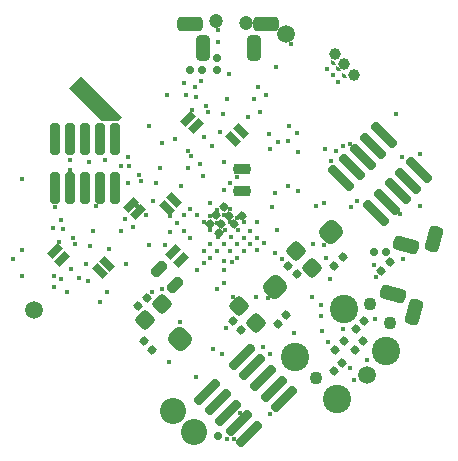
<source format=gbs>
G04*
G04 #@! TF.GenerationSoftware,Altium Limited,Altium Designer,20.0.13 (296)*
G04*
G04 Layer_Color=16711935*
%FSLAX44Y44*%
%MOMM*%
G71*
G01*
G75*
G04:AMPARAMS|DCode=52|XSize=0.6032mm|YSize=0.7032mm|CornerRadius=0.1516mm|HoleSize=0mm|Usage=FLASHONLY|Rotation=45.000|XOffset=0mm|YOffset=0mm|HoleType=Round|Shape=RoundedRectangle|*
%AMROUNDEDRECTD52*
21,1,0.6032,0.4000,0,0,45.0*
21,1,0.3000,0.7032,0,0,45.0*
1,1,0.3032,0.2475,-0.0354*
1,1,0.3032,0.0354,-0.2475*
1,1,0.3032,-0.2475,0.0354*
1,1,0.3032,-0.0354,0.2475*
%
%ADD52ROUNDEDRECTD52*%
G04:AMPARAMS|DCode=53|XSize=0.9032mm|YSize=1.4532mm|CornerRadius=0.2766mm|HoleSize=0mm|Usage=FLASHONLY|Rotation=135.000|XOffset=0mm|YOffset=0mm|HoleType=Round|Shape=RoundedRectangle|*
%AMROUNDEDRECTD53*
21,1,0.9032,0.9000,0,0,135.0*
21,1,0.3500,1.4532,0,0,135.0*
1,1,0.5532,0.1945,0.4419*
1,1,0.5532,0.4419,0.1945*
1,1,0.5532,-0.1945,-0.4419*
1,1,0.5532,-0.4419,-0.1945*
%
%ADD53ROUNDEDRECTD53*%
G04:AMPARAMS|DCode=54|XSize=0.6032mm|YSize=0.7032mm|CornerRadius=0.1516mm|HoleSize=0mm|Usage=FLASHONLY|Rotation=180.000|XOffset=0mm|YOffset=0mm|HoleType=Round|Shape=RoundedRectangle|*
%AMROUNDEDRECTD54*
21,1,0.6032,0.4000,0,0,180.0*
21,1,0.3000,0.7032,0,0,180.0*
1,1,0.3032,-0.1500,0.2000*
1,1,0.3032,0.1500,0.2000*
1,1,0.3032,0.1500,-0.2000*
1,1,0.3032,-0.1500,-0.2000*
%
%ADD54ROUNDEDRECTD54*%
G04:AMPARAMS|DCode=55|XSize=0.6032mm|YSize=0.7032mm|CornerRadius=0.1516mm|HoleSize=0mm|Usage=FLASHONLY|Rotation=315.000|XOffset=0mm|YOffset=0mm|HoleType=Round|Shape=RoundedRectangle|*
%AMROUNDEDRECTD55*
21,1,0.6032,0.4000,0,0,315.0*
21,1,0.3000,0.7032,0,0,315.0*
1,1,0.3032,-0.0354,-0.2475*
1,1,0.3032,-0.2475,-0.0354*
1,1,0.3032,0.0354,0.2475*
1,1,0.3032,0.2475,0.0354*
%
%ADD55ROUNDEDRECTD55*%
%ADD57C,0.7032*%
%ADD64C,0.4032*%
%ADD65C,1.5000*%
G04:AMPARAMS|DCode=72|XSize=0.6032mm|YSize=0.7032mm|CornerRadius=0.1516mm|HoleSize=0mm|Usage=FLASHONLY|Rotation=90.000|XOffset=0mm|YOffset=0mm|HoleType=Round|Shape=RoundedRectangle|*
%AMROUNDEDRECTD72*
21,1,0.6032,0.4000,0,0,90.0*
21,1,0.3000,0.7032,0,0,90.0*
1,1,0.3032,0.2000,0.1500*
1,1,0.3032,0.2000,-0.1500*
1,1,0.3032,-0.2000,-0.1500*
1,1,0.3032,-0.2000,0.1500*
%
%ADD72ROUNDEDRECTD72*%
G04:AMPARAMS|DCode=75|XSize=0.7032mm|YSize=1.2032mm|CornerRadius=0mm|HoleSize=0mm|Usage=FLASHONLY|Rotation=225.000|XOffset=0mm|YOffset=0mm|HoleType=Round|Shape=Rectangle|*
%AMROTATEDRECTD75*
4,1,4,-0.1768,0.6740,0.6740,-0.1768,0.1768,-0.6740,-0.6740,0.1768,-0.1768,0.6740,0.0*
%
%ADD75ROTATEDRECTD75*%

%ADD85C,1.2032*%
%ADD86C,1.0032*%
%ADD87C,2.2032*%
%ADD88C,2.4000*%
%ADD89C,1.1000*%
G04:AMPARAMS|DCode=120|XSize=1.4032mm|YSize=1.4032mm|CornerRadius=0.4016mm|HoleSize=0mm|Usage=FLASHONLY|Rotation=225.000|XOffset=0mm|YOffset=0mm|HoleType=Round|Shape=RoundedRectangle|*
%AMROUNDEDRECTD120*
21,1,1.4032,0.6000,0,0,225.0*
21,1,0.6000,1.4032,0,0,225.0*
1,1,0.8032,-0.4243,0.0000*
1,1,0.8032,0.0000,0.4243*
1,1,0.8032,0.4243,0.0000*
1,1,0.8032,0.0000,-0.4243*
%
%ADD120ROUNDEDRECTD120*%
G04:AMPARAMS|DCode=121|XSize=1.8032mm|YSize=1.7032mm|CornerRadius=0.4766mm|HoleSize=0mm|Usage=FLASHONLY|Rotation=225.000|XOffset=0mm|YOffset=0mm|HoleType=Round|Shape=RoundedRectangle|*
%AMROUNDEDRECTD121*
21,1,1.8032,0.7500,0,0,225.0*
21,1,0.8500,1.7032,0,0,225.0*
1,1,0.9532,-0.5657,-0.0354*
1,1,0.9532,0.0354,0.5657*
1,1,0.9532,0.5657,0.0354*
1,1,0.9532,-0.0354,-0.5657*
%
%ADD121ROUNDEDRECTD121*%
G04:AMPARAMS|DCode=122|XSize=1.4032mm|YSize=1.4032mm|CornerRadius=0.4016mm|HoleSize=0mm|Usage=FLASHONLY|Rotation=135.000|XOffset=0mm|YOffset=0mm|HoleType=Round|Shape=RoundedRectangle|*
%AMROUNDEDRECTD122*
21,1,1.4032,0.6000,0,0,135.0*
21,1,0.6000,1.4032,0,0,135.0*
1,1,0.8032,0.0000,0.4243*
1,1,0.8032,0.4243,0.0000*
1,1,0.8032,0.0000,-0.4243*
1,1,0.8032,-0.4243,0.0000*
%
%ADD122ROUNDEDRECTD122*%
G04:AMPARAMS|DCode=123|XSize=1.8032mm|YSize=1.7032mm|CornerRadius=0.4766mm|HoleSize=0mm|Usage=FLASHONLY|Rotation=135.000|XOffset=0mm|YOffset=0mm|HoleType=Round|Shape=RoundedRectangle|*
%AMROUNDEDRECTD123*
21,1,1.8032,0.7500,0,0,135.0*
21,1,0.8500,1.7032,0,0,135.0*
1,1,0.9532,-0.0354,0.5657*
1,1,0.9532,0.5657,-0.0354*
1,1,0.9532,0.0354,-0.5657*
1,1,0.9532,-0.5657,0.0354*
%
%ADD123ROUNDEDRECTD123*%
G04:AMPARAMS|DCode=124|XSize=0.7032mm|YSize=1.2032mm|CornerRadius=0mm|HoleSize=0mm|Usage=FLASHONLY|Rotation=135.000|XOffset=0mm|YOffset=0mm|HoleType=Round|Shape=Rectangle|*
%AMROTATEDRECTD124*
4,1,4,0.6740,0.1768,-0.1768,-0.6740,-0.6740,-0.1768,0.1768,0.6740,0.6740,0.1768,0.0*
%
%ADD124ROTATEDRECTD124*%

G04:AMPARAMS|DCode=125|XSize=0.9032mm|YSize=1.4532mm|CornerRadius=0.2766mm|HoleSize=0mm|Usage=FLASHONLY|Rotation=90.000|XOffset=0mm|YOffset=0mm|HoleType=Round|Shape=RoundedRectangle|*
%AMROUNDEDRECTD125*
21,1,0.9032,0.9000,0,0,90.0*
21,1,0.3500,1.4532,0,0,90.0*
1,1,0.5532,0.4500,0.1750*
1,1,0.5532,0.4500,-0.1750*
1,1,0.5532,-0.4500,-0.1750*
1,1,0.5532,-0.4500,0.1750*
%
%ADD125ROUNDEDRECTD125*%
G04:AMPARAMS|DCode=126|XSize=0.5032mm|YSize=0.3032mm|CornerRadius=0.1266mm|HoleSize=0mm|Usage=FLASHONLY|Rotation=135.000|XOffset=0mm|YOffset=0mm|HoleType=Round|Shape=RoundedRectangle|*
%AMROUNDEDRECTD126*
21,1,0.5032,0.0500,0,0,135.0*
21,1,0.2500,0.3032,0,0,135.0*
1,1,0.2532,-0.0707,0.1061*
1,1,0.2532,0.1061,-0.0707*
1,1,0.2532,0.0707,-0.1061*
1,1,0.2532,-0.1061,0.0707*
%
%ADD126ROUNDEDRECTD126*%
G04:AMPARAMS|DCode=127|XSize=0.8032mm|YSize=2.7032mm|CornerRadius=0.2516mm|HoleSize=0mm|Usage=FLASHONLY|Rotation=225.000|XOffset=0mm|YOffset=0mm|HoleType=Round|Shape=RoundedRectangle|*
%AMROUNDEDRECTD127*
21,1,0.8032,2.2000,0,0,225.0*
21,1,0.3000,2.7032,0,0,225.0*
1,1,0.5032,-0.8839,0.6718*
1,1,0.5032,-0.6718,0.8839*
1,1,0.5032,0.8839,-0.6718*
1,1,0.5032,0.6718,-0.8839*
%
%ADD127ROUNDEDRECTD127*%
G04:AMPARAMS|DCode=128|XSize=0.8032mm|YSize=2.7032mm|CornerRadius=0.2516mm|HoleSize=0mm|Usage=FLASHONLY|Rotation=0.000|XOffset=0mm|YOffset=0mm|HoleType=Round|Shape=RoundedRectangle|*
%AMROUNDEDRECTD128*
21,1,0.8032,2.2000,0,0,0.0*
21,1,0.3000,2.7032,0,0,0.0*
1,1,0.5032,0.1500,-1.1000*
1,1,0.5032,-0.1500,-1.1000*
1,1,0.5032,-0.1500,1.1000*
1,1,0.5032,0.1500,1.1000*
%
%ADD128ROUNDEDRECTD128*%
G04:AMPARAMS|DCode=129|XSize=0.8032mm|YSize=2.7032mm|CornerRadius=0.2516mm|HoleSize=0mm|Usage=FLASHONLY|Rotation=135.000|XOffset=0mm|YOffset=0mm|HoleType=Round|Shape=RoundedRectangle|*
%AMROUNDEDRECTD129*
21,1,0.8032,2.2000,0,0,135.0*
21,1,0.3000,2.7032,0,0,135.0*
1,1,0.5032,0.6718,0.8839*
1,1,0.5032,0.8839,0.6718*
1,1,0.5032,-0.6718,-0.8839*
1,1,0.5032,-0.8839,-0.6718*
%
%ADD129ROUNDEDRECTD129*%
G04:AMPARAMS|DCode=130|XSize=1.2032mm|YSize=2.2032mm|CornerRadius=0.3516mm|HoleSize=0mm|Usage=FLASHONLY|Rotation=165.000|XOffset=0mm|YOffset=0mm|HoleType=Round|Shape=RoundedRectangle|*
%AMROUNDEDRECTD130*
21,1,1.2032,1.5000,0,0,165.0*
21,1,0.5000,2.2032,0,0,165.0*
1,1,0.7032,-0.0474,0.7892*
1,1,0.7032,0.4356,0.6597*
1,1,0.7032,0.0474,-0.7892*
1,1,0.7032,-0.4356,-0.6597*
%
%ADD130ROUNDEDRECTD130*%
G04:AMPARAMS|DCode=131|XSize=1.2032mm|YSize=2.2032mm|CornerRadius=0.3516mm|HoleSize=0mm|Usage=FLASHONLY|Rotation=75.000|XOffset=0mm|YOffset=0mm|HoleType=Round|Shape=RoundedRectangle|*
%AMROUNDEDRECTD131*
21,1,1.2032,1.5000,0,0,75.0*
21,1,0.5000,2.2032,0,0,75.0*
1,1,0.7032,0.7892,0.0474*
1,1,0.7032,0.6597,-0.4356*
1,1,0.7032,-0.7892,-0.0474*
1,1,0.7032,-0.6597,0.4356*
%
%ADD131ROUNDEDRECTD131*%
G04:AMPARAMS|DCode=132|XSize=1.2032mm|YSize=2.2032mm|CornerRadius=0.3516mm|HoleSize=0mm|Usage=FLASHONLY|Rotation=270.000|XOffset=0mm|YOffset=0mm|HoleType=Round|Shape=RoundedRectangle|*
%AMROUNDEDRECTD132*
21,1,1.2032,1.5000,0,0,270.0*
21,1,0.5000,2.2032,0,0,270.0*
1,1,0.7032,-0.7500,-0.2500*
1,1,0.7032,-0.7500,0.2500*
1,1,0.7032,0.7500,0.2500*
1,1,0.7032,0.7500,-0.2500*
%
%ADD132ROUNDEDRECTD132*%
G04:AMPARAMS|DCode=133|XSize=1.2032mm|YSize=2.2032mm|CornerRadius=0.3516mm|HoleSize=0mm|Usage=FLASHONLY|Rotation=180.000|XOffset=0mm|YOffset=0mm|HoleType=Round|Shape=RoundedRectangle|*
%AMROUNDEDRECTD133*
21,1,1.2032,1.5000,0,0,180.0*
21,1,0.5000,2.2032,0,0,180.0*
1,1,0.7032,-0.2500,0.7500*
1,1,0.7032,0.2500,0.7500*
1,1,0.7032,0.2500,-0.7500*
1,1,0.7032,-0.2500,-0.7500*
%
%ADD133ROUNDEDRECTD133*%
G36*
X1340497Y1173503D02*
X1337008Y1170000D01*
X1324000Y1170000D01*
X1296000Y1198000D01*
X1306000Y1208000D01*
X1340497Y1173503D01*
D02*
G37*
G54D52*
X1520465Y1047465D02*
D03*
X1527536Y1054536D02*
D03*
X1472465Y998465D02*
D03*
X1479536Y1005536D02*
D03*
X1361535Y1020536D02*
D03*
X1354465Y1013465D02*
D03*
X1424245Y1082465D02*
D03*
X1431315Y1089536D02*
D03*
X1427535Y1097193D02*
D03*
X1420464Y1090122D02*
D03*
X1435558Y1082465D02*
D03*
X1442629Y1089536D02*
D03*
X1567536Y1050535D02*
D03*
X1560464Y1043465D02*
D03*
X1538965Y993964D02*
D03*
X1546035Y1001035D02*
D03*
X1545036Y983536D02*
D03*
X1537964Y976464D02*
D03*
X1521465Y976464D02*
D03*
X1528535Y983536D02*
D03*
X1519964Y958464D02*
D03*
X1527035Y965536D02*
D03*
G54D53*
X1372283Y1044717D02*
D03*
X1385718Y1031282D02*
D03*
G54D54*
X1408500Y1213000D02*
D03*
X1398500Y1213000D02*
D03*
X1564000Y1059000D02*
D03*
X1554000Y1059000D02*
D03*
G54D55*
X1481465Y1047535D02*
D03*
X1488535Y1040465D02*
D03*
X1434465Y1000535D02*
D03*
X1441535Y993465D02*
D03*
X1415465Y1082535D02*
D03*
X1422536Y1075464D02*
D03*
X1366535Y976465D02*
D03*
X1359465Y983536D02*
D03*
G54D57*
X1421745Y903000D02*
D03*
G54D64*
X1465747Y1146000D02*
D03*
X1573000Y1176000D02*
D03*
X1482000Y1165943D02*
D03*
X1418000Y977000D02*
D03*
X1328364Y1025000D02*
D03*
X1322000Y1017000D02*
D03*
X1289447Y1036283D02*
D03*
X1283041Y1029212D02*
D03*
X1366000Y1025000D02*
D03*
X1466000Y973000D02*
D03*
X1441000Y923000D02*
D03*
X1534000Y1151000D02*
D03*
X1593000Y1098000D02*
D03*
X1576000Y1091000D02*
D03*
X1518000Y1136000D02*
D03*
X1385568Y1155000D02*
D03*
X1397000Y1145000D02*
D03*
X1296602Y1137338D02*
D03*
X1430000Y901000D02*
D03*
X1451232Y979000D02*
D03*
X1381644Y1075710D02*
D03*
X1326232Y1136806D02*
D03*
X1433691Y1051000D02*
D03*
X1426898Y1051140D02*
D03*
X1517000Y1036000D02*
D03*
X1513465Y1054417D02*
D03*
X1501765Y1020927D02*
D03*
X1464000Y1020000D02*
D03*
X1453980Y1021000D02*
D03*
X1524000Y1203000D02*
D03*
X1514000Y1214000D02*
D03*
X1519000Y1209000D02*
D03*
X1363733Y1165464D02*
D03*
X1505000Y1098000D02*
D03*
X1438212Y1122884D02*
D03*
X1374343Y1028239D02*
D03*
X1388230Y1049642D02*
D03*
X1502697Y1066000D02*
D03*
X1489373Y1111000D02*
D03*
X1468000Y1097113D02*
D03*
X1535000Y1097000D02*
D03*
X1512000Y1065000D02*
D03*
X1486000Y990669D02*
D03*
X1312702Y1135000D02*
D03*
X1426898Y1135348D02*
D03*
X1330046Y1061763D02*
D03*
X1294000Y1025000D02*
D03*
X1312000Y1035000D02*
D03*
X1509611Y1014280D02*
D03*
X1512000Y1101000D02*
D03*
X1476071Y1053536D02*
D03*
X1465000Y1159000D02*
D03*
X1473000Y1152000D02*
D03*
X1481496Y1153000D02*
D03*
X1489244Y1159586D02*
D03*
X1390211Y999588D02*
D03*
X1283000Y1039000D02*
D03*
X1421241Y1083583D02*
D03*
Y1095000D02*
D03*
X1471000Y1216000D02*
D03*
X1378584Y1192000D02*
D03*
X1484000Y1235000D02*
D03*
X1393000Y1202000D02*
D03*
X1409408Y1123300D02*
D03*
X1344000Y1048879D02*
D03*
X1470000Y1058000D02*
D03*
X1340000Y1132100D02*
D03*
X1509062Y1005000D02*
D03*
X1534000Y961000D02*
D03*
X1510000Y992000D02*
D03*
X1462900Y1192100D02*
D03*
X1455900Y1199200D02*
D03*
X1381300Y1089240D02*
D03*
X1377000Y1065000D02*
D03*
X1387301Y1083583D02*
D03*
X1415585Y1077927D02*
D03*
Y1089240D02*
D03*
Y1100554D02*
D03*
X1455183Y1060956D02*
D03*
X1460840Y1066613D02*
D03*
X1472153Y1077927D02*
D03*
X1432555Y1117227D02*
D03*
X1426898Y1112000D02*
D03*
X1527657Y1148889D02*
D03*
X1422000Y1237000D02*
D03*
Y1247000D02*
D03*
X1593000Y1142000D02*
D03*
X1296602Y1128298D02*
D03*
X1380542Y965665D02*
D03*
X1345481Y1117900D02*
D03*
X1426898Y1033000D02*
D03*
X1460212Y979000D02*
D03*
X1436000Y901000D02*
D03*
X1364000Y1065000D02*
D03*
X1434465Y1021000D02*
D03*
X1421239Y1028239D02*
D03*
X1466000Y922000D02*
D03*
X1425000Y973000D02*
D03*
X1403000Y953000D02*
D03*
X1383512Y1104146D02*
D03*
X1284000Y1097000D02*
D03*
X1409928Y1049642D02*
D03*
X1404271Y1044000D02*
D03*
X1578000Y1140000D02*
D03*
X1481496Y1114839D02*
D03*
X1470496Y1108839D02*
D03*
X1426898Y1044000D02*
D03*
X1429000Y995000D02*
D03*
X1539750Y1102289D02*
D03*
X1489373Y1143919D02*
D03*
X1513000Y1146000D02*
D03*
X1522000Y1144628D02*
D03*
X1457677Y1177669D02*
D03*
X1527722Y994142D02*
D03*
X1537000Y951000D02*
D03*
X1555022Y1002629D02*
D03*
X1515000Y983000D02*
D03*
X1578580Y1053000D02*
D03*
X1548000Y968000D02*
D03*
X1256000Y1121000D02*
D03*
X1248719Y1053281D02*
D03*
X1256000Y1061000D02*
D03*
X1407621Y1204000D02*
D03*
X1256000Y1039000D02*
D03*
X1554000Y1048000D02*
D03*
X1555393Y1038000D02*
D03*
X1422123Y1072270D02*
D03*
X1427780Y1077927D02*
D03*
X1433436Y1072270D02*
D03*
X1438212Y1088358D02*
D03*
X1432555Y1084465D02*
D03*
X1426898Y1065731D02*
D03*
X1439094Y1077927D02*
D03*
X1426898Y1090122D02*
D03*
X1438212Y1065731D02*
D03*
X1415584D02*
D03*
X1443869Y1071387D02*
D03*
X1409928Y1084465D02*
D03*
X1443869D02*
D03*
X1421241Y1060074D02*
D03*
X1432555D02*
D03*
X1449526Y1077044D02*
D03*
X1432555Y1095779D02*
D03*
X1409928Y1060074D02*
D03*
X1443869D02*
D03*
X1449526Y1065731D02*
D03*
X1404271Y1090122D02*
D03*
X1438212Y1054417D02*
D03*
X1415584D02*
D03*
X1398614Y1071387D02*
D03*
X1455182D02*
D03*
Y1084465D02*
D03*
X1392957Y1077044D02*
D03*
X1398614Y1095779D02*
D03*
X1392957Y1090122D02*
D03*
X1410280Y1156700D02*
D03*
X1417200Y1148900D02*
D03*
X1395000Y1191900D02*
D03*
X1402410Y1198500D02*
D03*
X1426357Y1176300D02*
D03*
X1400100Y1179308D02*
D03*
X1431500Y1209800D02*
D03*
X1452879Y1188979D02*
D03*
X1429300Y1189009D02*
D03*
X1411960Y1182843D02*
D03*
X1413601Y1177669D02*
D03*
X1441364Y1161364D02*
D03*
X1403500Y1190600D02*
D03*
X1447400Y1173729D02*
D03*
X1423315Y1160879D02*
D03*
X1353780Y1098200D02*
D03*
X1360700Y1090400D02*
D03*
X1406400Y1133600D02*
D03*
X1399400Y1140700D02*
D03*
X1345910Y1140000D02*
D03*
X1369857Y1117800D02*
D03*
X1375000Y1151300D02*
D03*
X1396379Y1130479D02*
D03*
X1372800Y1130509D02*
D03*
X1355460Y1124343D02*
D03*
X1357101Y1119168D02*
D03*
X1347000Y1132100D02*
D03*
X1390900Y1115229D02*
D03*
X1366815Y1102379D02*
D03*
X1349900Y1080100D02*
D03*
X1342900Y1087200D02*
D03*
X1289411Y1086500D02*
D03*
X1282000Y1079900D02*
D03*
X1297280Y1044700D02*
D03*
X1304200Y1036900D02*
D03*
X1300601Y1065668D02*
D03*
X1318500Y1097800D02*
D03*
X1339879Y1076979D02*
D03*
X1310315Y1048879D02*
D03*
X1316300Y1077009D02*
D03*
X1298960Y1070843D02*
D03*
X1290500Y1078600D02*
D03*
X1313357Y1064300D02*
D03*
X1287100Y1067308D02*
D03*
X1328364Y1049364D02*
D03*
G54D65*
X1479791Y1244000D02*
D03*
X1266000Y1010000D02*
D03*
X1548000Y955000D02*
D03*
G54D72*
X1421000Y1223000D02*
D03*
Y1213000D02*
D03*
G54D75*
X1435000Y1155000D02*
D03*
X1441364Y1161364D02*
D03*
X1378500Y1096500D02*
D03*
X1384864Y1102864D02*
D03*
X1322000Y1043000D02*
D03*
X1328364Y1049364D02*
D03*
G54D85*
X1420000Y1255000D02*
D03*
X1446000Y1253000D02*
D03*
G54D86*
X1521000Y1227000D02*
D03*
X1529000Y1218000D02*
D03*
X1537000Y1209000D02*
D03*
G54D87*
X1401910Y906935D02*
D03*
X1384232Y924613D02*
D03*
G54D88*
X1487511Y970101D02*
D03*
X1522867Y934745D02*
D03*
X1563878Y975757D02*
D03*
X1528523Y1011113D02*
D03*
G54D89*
X1505189Y952423D02*
D03*
X1567414Y999092D02*
D03*
X1551151Y1015355D02*
D03*
G54D120*
X1501808Y1045908D02*
D03*
X1487666Y1060050D02*
D03*
X1454121Y999322D02*
D03*
X1439979Y1013464D02*
D03*
G54D121*
X1517717Y1075960D02*
D03*
X1470031Y1029374D02*
D03*
G54D122*
X1360201Y1001314D02*
D03*
X1374343Y1015456D02*
D03*
G54D123*
X1390253Y985404D02*
D03*
G54D124*
X1390535Y1052464D02*
D03*
X1384172Y1058829D02*
D03*
X1348293Y1099328D02*
D03*
X1354657Y1092964D02*
D03*
X1396672Y1171829D02*
D03*
X1403035Y1165464D02*
D03*
X1283672Y1059828D02*
D03*
X1290036Y1053464D02*
D03*
G54D125*
X1442000Y1129500D02*
D03*
X1442000Y1110500D02*
D03*
G54D126*
X1519000Y1219000D02*
D03*
X1529000Y1208000D02*
D03*
X1524000Y1214000D02*
D03*
G54D127*
X1553514Y1148986D02*
D03*
X1562494Y1157967D02*
D03*
X1544533Y1140006D02*
D03*
X1591980Y1128480D02*
D03*
X1574020Y1110519D02*
D03*
X1526573Y1122046D02*
D03*
X1535553Y1131026D02*
D03*
X1556059Y1092559D02*
D03*
X1565039Y1101540D02*
D03*
X1583000Y1119500D02*
D03*
G54D128*
X1322002Y1113150D02*
D03*
X1334702D02*
D03*
X1296602D02*
D03*
X1309302D02*
D03*
X1283902D02*
D03*
Y1154850D02*
D03*
X1309302D02*
D03*
X1334702D02*
D03*
X1322002D02*
D03*
X1296602D02*
D03*
G54D129*
X1478172Y934607D02*
D03*
X1460212Y952568D02*
D03*
X1448686Y905121D02*
D03*
X1430726Y923081D02*
D03*
X1442251Y970528D02*
D03*
X1451232Y961548D02*
D03*
X1469192Y943587D02*
D03*
X1412765Y941041D02*
D03*
X1421745Y932062D02*
D03*
X1439706Y914101D02*
D03*
G54D130*
X1604757Y1070142D02*
D03*
X1588193Y1008323D02*
D03*
G54D131*
X1570496Y1023417D02*
D03*
X1581626Y1064952D02*
D03*
G54D132*
X1398500Y1252500D02*
D03*
X1462500D02*
D03*
G54D133*
X1452500Y1231500D02*
D03*
X1409500D02*
D03*
M02*

</source>
